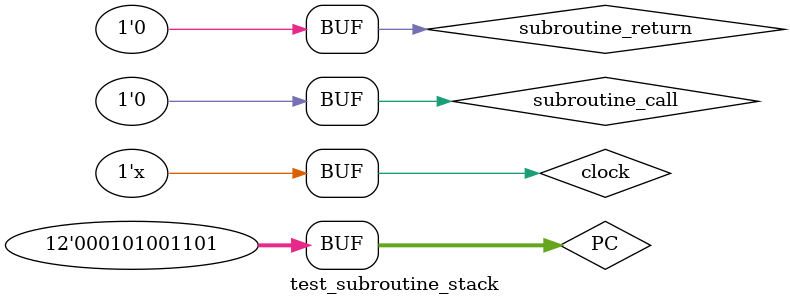
<source format=v>
`timescale 1ns / 1ps


module test_subroutine_stack;

	// Inputs
	reg clock;
	reg subroutine_call;
	reg subroutine_return;
	reg [11:0] PC;

	// Outputs
	wire [11:0] RTS_adr;

	// Instantiate the Unit Under Test (UUT)
	subroutine_stack uut (
		.clock(clock), 
		.subroutine_call(subroutine_call), 
		.subroutine_return(subroutine_return), 
		.PC(PC), 
		.RTS_adr(RTS_adr)
	);

	initial begin
		// Initialize Inputs
		clock = 0;
		subroutine_call = 0;
		subroutine_return = 0;
		PC = 0;

		// Wait 100 ns for global reset to finish
		#90;
        
		subroutine_call = 1;
		subroutine_return = 0;
		PC = 131;
		#20;
		
		subroutine_call = 0;
		subroutine_return = 0;
		PC = 696;
		#40;
		
		
		subroutine_call = 1;
		subroutine_return = 0;
		PC = 5;
		#20;
		
		subroutine_call = 0;
		subroutine_return = 0;
		PC = 696;
		#40;	
		
		subroutine_call = 0;
		subroutine_return = 1;
		PC = 102;
		#20;
		
		subroutine_call = 0;
		subroutine_return = 0;
		PC = 333;
		#20;
		
		
		
		  
		// Add stimulus here

	end
   always #10 clock = !clock;
endmodule


</source>
